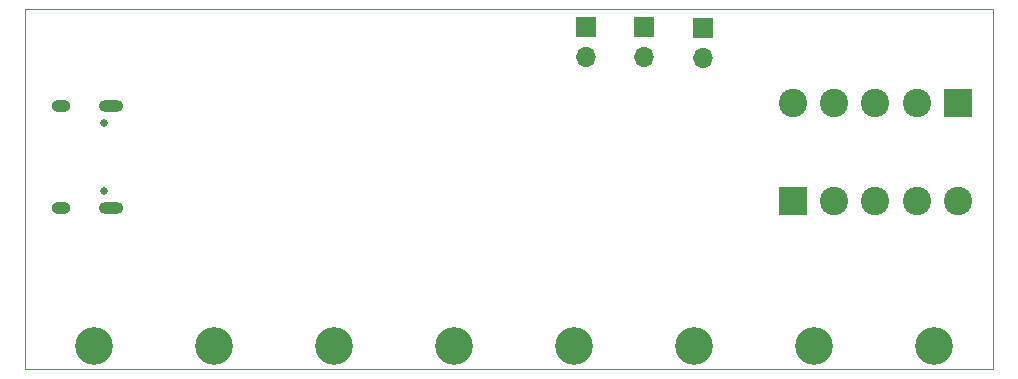
<source format=gbr>
%TF.GenerationSoftware,KiCad,Pcbnew,6.0.11-2627ca5db0~126~ubuntu20.04.1*%
%TF.CreationDate,2024-02-24T21:37:21-05:00*%
%TF.ProjectId,hil00,68696c30-302e-46b6-9963-61645f706362,rev?*%
%TF.SameCoordinates,Original*%
%TF.FileFunction,Soldermask,Bot*%
%TF.FilePolarity,Negative*%
%FSLAX46Y46*%
G04 Gerber Fmt 4.6, Leading zero omitted, Abs format (unit mm)*
G04 Created by KiCad (PCBNEW 6.0.11-2627ca5db0~126~ubuntu20.04.1) date 2024-02-24 21:37:21*
%MOMM*%
%LPD*%
G01*
G04 APERTURE LIST*
%TA.AperFunction,Profile*%
%ADD10C,0.100000*%
%TD*%
%ADD11C,3.200000*%
%ADD12C,0.650000*%
%ADD13O,1.600000X1.000000*%
%ADD14O,2.100000X1.000000*%
%ADD15R,2.400000X2.400000*%
%ADD16C,2.400000*%
%ADD17R,1.700000X1.700000*%
%ADD18O,1.700000X1.700000*%
G04 APERTURE END LIST*
D10*
X100000000Y-130500000D02*
X182000000Y-130500000D01*
X100000000Y-100000000D02*
X100000000Y-130500000D01*
X182000000Y-130500000D02*
X182000000Y-100000000D01*
X100000000Y-100000000D02*
X182000000Y-100000000D01*
D11*
%TO.C,REF\u002A\u002A2*%
X156680000Y-128500000D03*
%TD*%
%TO.C,REF\u002A\u002A3*%
X146520000Y-128500000D03*
%TD*%
D12*
%TO.C,J1*%
X106740000Y-109610000D03*
X106740000Y-115390000D03*
D13*
X103090000Y-108180000D03*
D14*
X107270000Y-108180000D03*
X107270000Y-116820000D03*
D13*
X103090000Y-116820000D03*
%TD*%
D15*
%TO.C,J3*%
X165019200Y-116232000D03*
D16*
X168519200Y-116232000D03*
X172019200Y-116232000D03*
X175519200Y-116232000D03*
X179019200Y-116232000D03*
%TD*%
D11*
%TO.C,REF\u002A\u002A*%
X177000000Y-128500000D03*
%TD*%
D15*
%TO.C,J2*%
X179019200Y-107950000D03*
D16*
X175519200Y-107950000D03*
X172019200Y-107950000D03*
X168519200Y-107950000D03*
X165019200Y-107950000D03*
%TD*%
D11*
%TO.C,REF\u002A\u002A7*%
X105880000Y-128500000D03*
%TD*%
%TO.C,REF\u002A\u002A6*%
X116040000Y-128500000D03*
%TD*%
%TO.C,REF\u002A\u002A4*%
X136360000Y-128500000D03*
%TD*%
D17*
%TO.C,RJ3*%
X147523200Y-101544200D03*
D18*
X147523200Y-104084200D03*
%TD*%
D17*
%TO.C,RJ2*%
X152450800Y-101549200D03*
D18*
X152450800Y-104089200D03*
%TD*%
D17*
%TO.C,RJ1*%
X157429200Y-101595000D03*
D18*
X157429200Y-104135000D03*
%TD*%
D11*
%TO.C,REF\u002A\u002A1*%
X166840000Y-128500000D03*
%TD*%
%TO.C,REF\u002A\u002A5*%
X126200000Y-128500000D03*
%TD*%
M02*

</source>
